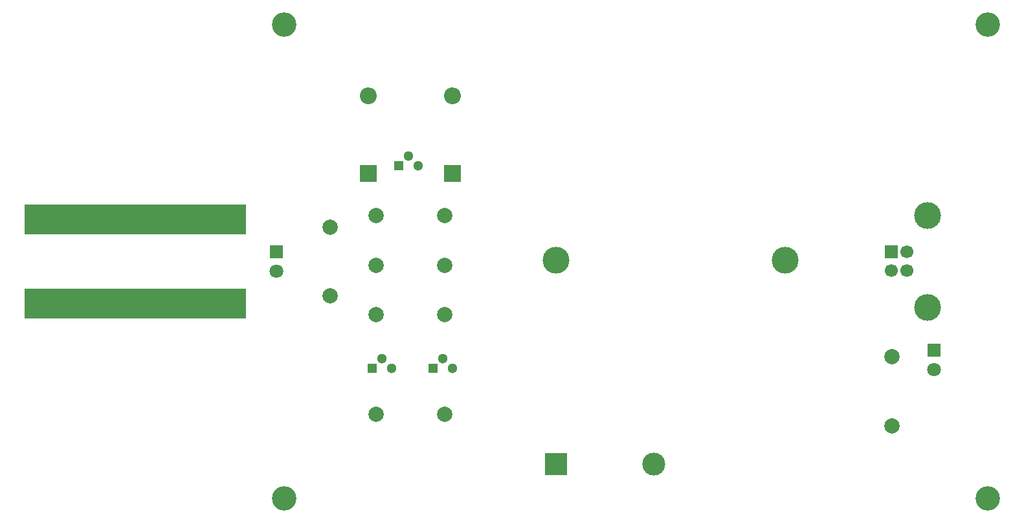
<source format=gbr>
%TF.GenerationSoftware,KiCad,Pcbnew,(6.0.7)*%
%TF.CreationDate,2023-10-27T20:14:29+01:00*%
%TF.ProjectId,slide_tester,736c6964-655f-4746-9573-7465722e6b69,rev?*%
%TF.SameCoordinates,Original*%
%TF.FileFunction,Soldermask,Bot*%
%TF.FilePolarity,Negative*%
%FSLAX46Y46*%
G04 Gerber Fmt 4.6, Leading zero omitted, Abs format (unit mm)*
G04 Created by KiCad (PCBNEW (6.0.7)) date 2023-10-27 20:14:29*
%MOMM*%
%LPD*%
G01*
G04 APERTURE LIST*
%ADD10R,1.700000X1.700000*%
%ADD11C,1.700000*%
%ADD12C,3.500000*%
%ADD13R,29.000000X4.000000*%
%ADD14C,2.000000*%
%ADD15R,1.300000X1.300000*%
%ADD16C,1.300000*%
%ADD17C,3.200000*%
%ADD18R,1.800000X1.800000*%
%ADD19C,1.800000*%
%ADD20R,3.000000X3.000000*%
%ADD21C,3.000000*%
%ADD22R,2.200000X2.200000*%
%ADD23O,2.200000X2.200000*%
G04 APERTURE END LIST*
D10*
%TO.C,J1*%
X183422500Y-83750000D03*
D11*
X183422500Y-86250000D03*
X185422500Y-86250000D03*
X185422500Y-83750000D03*
D12*
X188132500Y-78980000D03*
X188132500Y-91020000D03*
%TD*%
D13*
%TO.C,J3*%
X84500000Y-90500000D03*
D14*
X92500000Y-90500000D03*
%TD*%
%TO.C,J2*%
X92500000Y-79500000D03*
D13*
X84500000Y-79500000D03*
%TD*%
D14*
%TO.C,R6*%
X116000000Y-79000000D03*
X125000000Y-79000000D03*
%TD*%
%TO.C,R3*%
X125000000Y-85500000D03*
X116000000Y-85500000D03*
%TD*%
D15*
%TO.C,Q2*%
X115460000Y-99000000D03*
D16*
X116730000Y-97730000D03*
X118000000Y-99000000D03*
%TD*%
D15*
%TO.C,Q3*%
X119000000Y-72500000D03*
D16*
X120270000Y-71230000D03*
X121540000Y-72500000D03*
%TD*%
D17*
%TO.C,REF\u002A\u002A*%
X196000000Y-116000000D03*
%TD*%
%TO.C,REF\u002A\u002A*%
X104000000Y-54000000D03*
%TD*%
%TO.C,REF\u002A\u002A*%
X104000000Y-116000000D03*
%TD*%
D14*
%TO.C,R2*%
X125000000Y-92000000D03*
X116000000Y-92000000D03*
%TD*%
%TO.C,R4*%
X110000000Y-89500000D03*
X110000000Y-80500000D03*
%TD*%
%TO.C,R1*%
X183500000Y-97500000D03*
X183500000Y-106500000D03*
%TD*%
D17*
%TO.C,REF\u002A\u002A*%
X196000000Y-54000000D03*
%TD*%
D18*
%TO.C,D1*%
X189000000Y-96633513D03*
D19*
X189000000Y-99173513D03*
%TD*%
D12*
%TO.C,BT1*%
X169500000Y-84857500D03*
X139500000Y-84857500D03*
D20*
X139500000Y-111557500D03*
D21*
X152300000Y-111557500D03*
%TD*%
D14*
%TO.C,R5*%
X125000000Y-105000000D03*
X116000000Y-105000000D03*
%TD*%
D22*
%TO.C,D3*%
X115000000Y-73500000D03*
D23*
X115000000Y-63340000D03*
%TD*%
D22*
%TO.C,D2*%
X126000000Y-73500000D03*
D23*
X126000000Y-63340000D03*
%TD*%
D18*
%TO.C,D4*%
X103000000Y-83725000D03*
D19*
X103000000Y-86265000D03*
%TD*%
D15*
%TO.C,Q1*%
X123460000Y-99000000D03*
D16*
X124730000Y-97730000D03*
X126000000Y-99000000D03*
%TD*%
M02*

</source>
